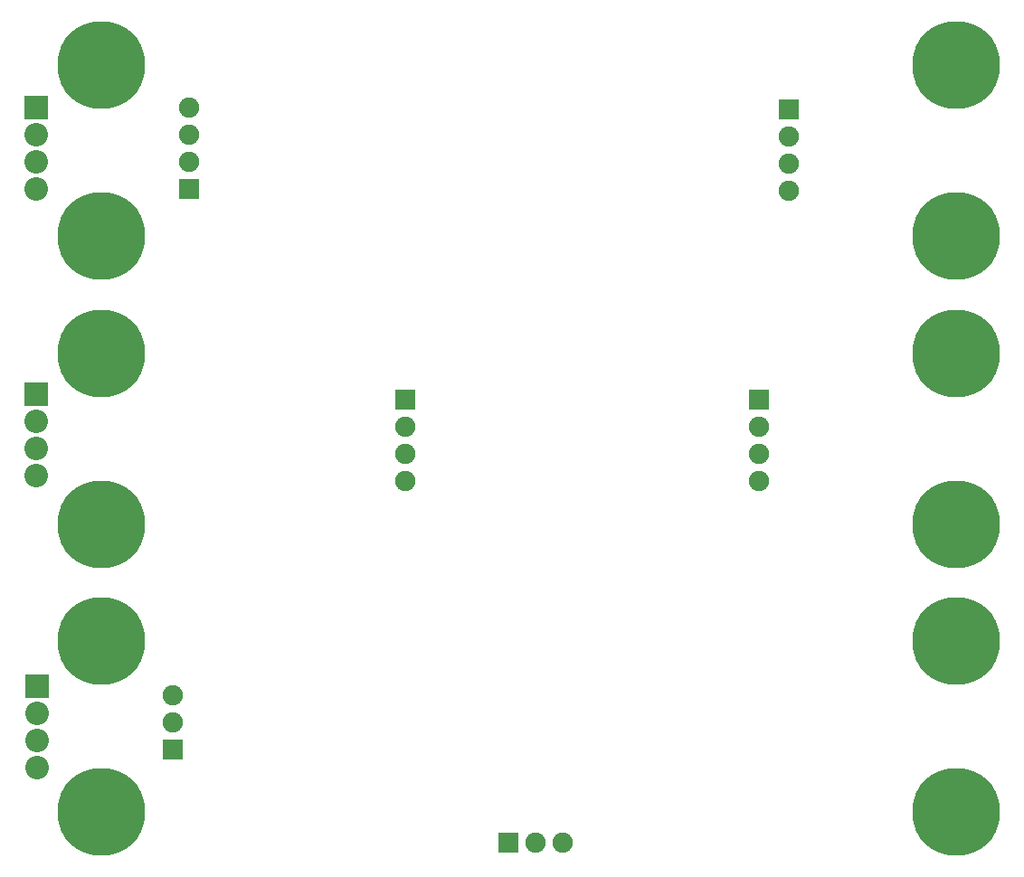
<source format=gbs>
G04*
G04 #@! TF.GenerationSoftware,Altium Limited,Altium Designer,21.0.3 (12)*
G04*
G04 Layer_Color=16711935*
%FSLAX25Y25*%
%MOIN*%
G70*
G04*
G04 #@! TF.SameCoordinates,1AB0012E-6492-40AC-AB66-57420BB0589C*
G04*
G04*
G04 #@! TF.FilePolarity,Negative*
G04*
G01*
G75*
%ADD27R,0.07493X0.07493*%
%ADD28C,0.07493*%
%ADD29R,0.08674X0.08674*%
%ADD30C,0.08674*%
%ADD31R,0.07493X0.07493*%
%ADD32C,0.32296*%
D27*
X340500Y309500D02*
D03*
X199000Y202500D02*
D03*
X329500Y202500D02*
D03*
X119500Y280000D02*
D03*
X113500Y73500D02*
D03*
D28*
X340500Y299500D02*
D03*
Y289500D02*
D03*
Y279500D02*
D03*
X199000Y192500D02*
D03*
Y182500D02*
D03*
Y172500D02*
D03*
X329500Y192500D02*
D03*
Y182500D02*
D03*
Y172500D02*
D03*
X247000Y39000D02*
D03*
X257000D02*
D03*
X119500Y290000D02*
D03*
Y300000D02*
D03*
Y310000D02*
D03*
X113500Y83500D02*
D03*
Y93500D02*
D03*
D29*
X63000Y310000D02*
D03*
Y204500D02*
D03*
X63400Y96800D02*
D03*
D30*
X63000Y300000D02*
D03*
Y290000D02*
D03*
Y280000D02*
D03*
Y194500D02*
D03*
Y184500D02*
D03*
Y174500D02*
D03*
X63400Y86800D02*
D03*
Y76800D02*
D03*
Y66800D02*
D03*
D31*
X237000Y39000D02*
D03*
D32*
X86907Y325907D02*
D03*
Y262915D02*
D03*
X401868D02*
D03*
Y325907D02*
D03*
Y219608D02*
D03*
Y156616D02*
D03*
X86907D02*
D03*
Y219608D02*
D03*
Y113309D02*
D03*
Y50317D02*
D03*
X401868D02*
D03*
Y113309D02*
D03*
M02*

</source>
